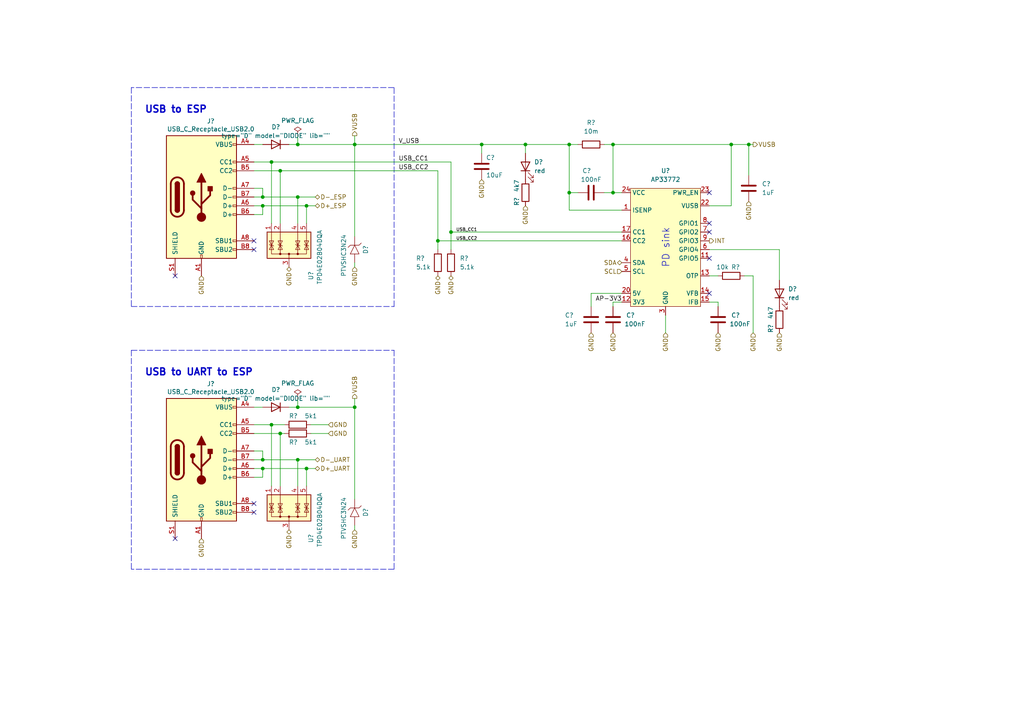
<source format=kicad_sch>
(kicad_sch (version 20211123) (generator eeschema)
  (paper "A4")
  (lib_symbols
    (symbol "Connector:USB_C_Receptacle_USB2.0" (pin_names (offset 1.016))
      (property "Reference" "J" (at -10.16 19.05 0))
      (property "Value" "USB_C_Receptacle_USB2.0" (at 19.05 19.05 0))
      (symbol "USB_C_Receptacle_USB2.0_0_0"
        (rectangle (start -0.254 -17.78) (end 0.254 -16.764))
        (rectangle (start 10.16 -14.986) (end 9.144 -15.494))
        (rectangle (start 10.16 -12.446) (end 9.144 -12.954))
        (rectangle (start 10.16 -4.826) (end 9.144 -5.334))
        (rectangle (start 10.16 -2.286) (end 9.144 -2.794))
        (rectangle (start 10.16 0.254) (end 9.144 -0.254))
        (rectangle (start 10.16 2.794) (end 9.144 2.286))
        (rectangle (start 10.16 7.874) (end 9.144 7.366))
        (rectangle (start 10.16 10.414) (end 9.144 9.906))
        (rectangle (start 10.16 15.494) (end 9.144 14.986))
      )
      (symbol "USB_C_Receptacle_USB2.0_0_1"
        (rectangle (start -10.16 17.78) (end 10.16 -17.78) (stroke (width 0.254)) (fill (type background)))
        (arc (start -8.89 -3.81) (mid -6.985 -5.715) (end -5.08 -3.81) (stroke (width 0.508)))
        (arc (start -7.62 -3.81) (mid -6.985 -4.445) (end -6.35 -3.81) (stroke (width 0.254)))
        (arc (start -7.62 -3.81) (mid -6.985 -4.445) (end -6.35 -3.81) (stroke (width 0.254)) (fill (type outline)))
        (rectangle (start -7.62 -3.81) (end -6.35 3.81) (stroke (width 0.254)) (fill (type outline)))
        (arc (start -6.35 3.81) (mid -6.985 4.445) (end -7.62 3.81) (stroke (width 0.254)))
        (arc (start -6.35 3.81) (mid -6.985 4.445) (end -7.62 3.81) (stroke (width 0.254)) (fill (type outline)))
        (arc (start -5.08 3.81) (mid -6.985 5.715) (end -8.89 3.81) (stroke (width 0.508)))
        (circle (center -2.54 1.143) (radius 0.635) (stroke (width 0.254)) (fill (type outline)))
        (circle (center 0 -5.842) (radius 1.27) (fill (type outline)))
        (polyline (pts (xy -8.89 -3.81) (xy -8.89 3.81)) (stroke (width 0.508)))
        (polyline (pts (xy -5.08 3.81) (xy -5.08 -3.81)) (stroke (width 0.508)))
        (polyline (pts (xy 0 -5.842) (xy 0 4.318)) (stroke (width 0.508)))
        (polyline (pts (xy 0 -3.302) (xy -2.54 -0.762) (xy -2.54 0.508)) (stroke (width 0.508)))
        (polyline (pts (xy 0 -2.032) (xy 2.54 0.508) (xy 2.54 1.778)) (stroke (width 0.508)))
        (polyline (pts (xy -1.27 4.318) (xy 0 6.858) (xy 1.27 4.318) (xy -1.27 4.318)) (stroke (width 0.254)) (fill (type outline)))
        (rectangle (start 1.905 1.778) (end 3.175 3.048) (stroke (width 0.254)) (fill (type outline)))
      )
      (symbol "USB_C_Receptacle_USB2.0_1_1"
        (pin passive line (at 0 -22.86 90) (length 5.08) (name "GND") (number "A1"))
        (pin passive line (at 0 -22.86 90) (length 5.08) hide (name "GND") (number "A12"))
        (pin passive line (at 15.24 15.24 180) (length 5.08) (name "VBUS") (number "A4"))
        (pin bidirectional line (at 15.24 10.16 180) (length 5.08) (name "CC1") (number "A5"))
        (pin bidirectional line (at 15.24 -2.54 180) (length 5.08) (name "D+") (number "A6"))
        (pin bidirectional line (at 15.24 2.54 180) (length 5.08) (name "D-") (number "A7"))
        (pin bidirectional line (at 15.24 -12.7 180) (length 5.08) (name "SBU1") (number "A8"))
        (pin passive line (at 15.24 15.24 180) (length 5.08) hide (name "VBUS") (number "A9"))
        (pin passive line (at 0 -22.86 90) (length 5.08) hide (name "GND") (number "B1"))
        (pin passive line (at 0 -22.86 90) (length 5.08) hide (name "GND") (number "B12"))
        (pin passive line (at 15.24 15.24 180) (length 5.08) hide (name "VBUS") (number "B4"))
        (pin bidirectional line (at 15.24 7.62 180) (length 5.08) (name "CC2") (number "B5"))
        (pin bidirectional line (at 15.24 -5.08 180) (length 5.08) (name "D+") (number "B6"))
        (pin bidirectional line (at 15.24 0 180) (length 5.08) (name "D-") (number "B7"))
        (pin bidirectional line (at 15.24 -15.24 180) (length 5.08) (name "SBU2") (number "B8"))
        (pin passive line (at 15.24 15.24 180) (length 5.08) hide (name "VBUS") (number "B9"))
        (pin passive line (at -7.62 -22.86 90) (length 5.08) (name "SHIELD") (number "S1"))
      )
    )
    (symbol "Device:C" (pin_numbers hide) (pin_names (offset 0.254))
      (property "Reference" "C" (at 0.635 2.54 0))
      (property "Value" "C" (at 0.635 -2.54 0))
      (symbol "C_0_1"
        (polyline (pts (xy -2.032 -0.762) (xy 2.032 -0.762)) (stroke (width 0.508)))
        (polyline (pts (xy -2.032 0.762) (xy 2.032 0.762)) (stroke (width 0.508)))
      )
      (symbol "C_1_1"
        (pin passive line (at 0 3.81 270) (length 2.794) (name "~") (number "1"))
        (pin passive line (at 0 -3.81 90) (length 2.794) (name "~") (number "2"))
      )
    )
    (symbol "Device:D" (pin_numbers hide) (pin_names (offset 1.016) hide)
      (property "Reference" "D" (at 0 2.54 0))
      (property "Value" "D" (at 0 -2.54 0))
      (symbol "D_0_1"
        (polyline (pts (xy -1.27 1.27) (xy -1.27 -1.27)) (stroke (width 0.254)))
        (polyline (pts (xy 1.27 0) (xy -1.27 0)))
        (polyline (pts (xy 1.27 1.27) (xy 1.27 -1.27) (xy -1.27 0) (xy 1.27 1.27)) (stroke (width 0.254)))
      )
      (symbol "D_1_1"
        (pin passive line (at -3.81 0 0) (length 2.54) (name "K") (number "1"))
        (pin passive line (at 3.81 0 180) (length 2.54) (name "A") (number "2"))
      )
    )
    (symbol "Device:LED" (pin_numbers hide) (pin_names (offset 1.016) hide)
      (property "Reference" "D" (at 0 2.54 0))
      (property "Value" "LED" (at 0 -2.54 0))
      (symbol "LED_0_1"
        (polyline (pts (xy -1.27 -1.27) (xy -1.27 1.27)) (stroke (width 0.254)))
        (polyline (pts (xy -1.27 0) (xy 1.27 0)))
        (polyline (pts (xy 1.27 -1.27) (xy 1.27 1.27) (xy -1.27 0) (xy 1.27 -1.27)) (stroke (width 0.254)))
        (polyline (pts (xy -3.048 -0.762) (xy -4.572 -2.286) (xy -3.81 -2.286) (xy -4.572 -2.286) (xy -4.572 -1.524)))
        (polyline (pts (xy -1.778 -0.762) (xy -3.302 -2.286) (xy -2.54 -2.286) (xy -3.302 -2.286) (xy -3.302 -1.524)))
      )
      (symbol "LED_1_1"
        (pin passive line (at -3.81 0 0) (length 2.54) (name "K") (number "1"))
        (pin passive line (at 3.81 0 180) (length 2.54) (name "A") (number "2"))
      )
    )
    (symbol "Device:R" (pin_numbers hide) (pin_names (offset 0))
      (property "Reference" "R" (at 2.032 0 90))
      (property "Value" "R" (at 0 0 90))
      (symbol "R_0_1"
        (rectangle (start -1.016 -2.54) (end 1.016 2.54) (stroke (width 0.254)))
      )
      (symbol "R_1_1"
        (pin passive line (at 0 3.81 270) (length 1.27) (name "~") (number "1"))
        (pin passive line (at 0 -3.81 90) (length 1.27) (name "~") (number "2"))
      )
    )
    (symbol "Power_Protection:TPD4E02B04DQA" (pin_names hide)
      (property "Reference" "U" (at 7.62 3.81 0))
      (property "Value" "TPD4E02B04DQA" (at 7.62 1.905 0))
      (symbol "TPD4E02B04DQA_0_0"
        (pin passive line (at 0 -5.08 90) (length 2.54) (name "G") (number "3"))
      )
      (symbol "TPD4E02B04DQA_0_1"
        (rectangle (start -6.35 5.08) (end 6.35 -2.54) (stroke (width 0.254)) (fill (type background)))
        (circle (center 0 -1.27) (radius 0.254) (fill (type outline)))
        (polyline (pts (xy -2.54 5.08) (xy -2.54 -1.27)))
        (polyline (pts (xy 0 -1.27) (xy 0 -2.54)))
        (polyline (pts (xy 2.54 5.08) (xy 2.54 -1.27)))
        (polyline (pts (xy -5.08 5.08) (xy -5.08 -1.27) (xy 5.08 -1.27) (xy 5.08 5.08)))
        (polyline (pts (xy -4.445 0) (xy -5.715 0) (xy -5.08 1.27) (xy -4.445 0)))
        (polyline (pts (xy -3.175 1.524) (xy -2.921 1.27) (xy -2.159 1.27) (xy -1.905 1.016)))
        (polyline (pts (xy -2.54 1.27) (xy -1.905 0) (xy -3.175 0) (xy -2.54 1.27)))
        (polyline (pts (xy 2.54 1.27) (xy 1.905 0) (xy 3.175 0) (xy 2.54 1.27)))
        (polyline (pts (xy 5.08 1.27) (xy 4.445 0) (xy 5.715 0) (xy 5.08 1.27)))
        (circle (center 2.54 -1.27) (radius 0.254) (fill (type outline)))
      )
      (symbol "TPD4E02B04DQA_1_1"
        (circle (center -2.54 -1.27) (radius 0.254) (fill (type outline)))
        (polyline (pts (xy -5.715 1.524) (xy -5.461 1.27) (xy -4.699 1.27) (xy -4.445 1.016)))
        (polyline (pts (xy -5.08 1.27) (xy -5.715 2.54) (xy -4.445 2.54) (xy -5.08 1.27)))
        (polyline (pts (xy -2.54 1.27) (xy -3.175 2.54) (xy -1.905 2.54) (xy -2.54 1.27)))
        (polyline (pts (xy 1.905 1.524) (xy 2.159 1.27) (xy 2.921 1.27) (xy 3.175 1.016)))
        (polyline (pts (xy 2.54 1.27) (xy 1.905 2.54) (xy 3.175 2.54) (xy 2.54 1.27)))
        (polyline (pts (xy 4.445 1.524) (xy 4.699 1.27) (xy 5.461 1.27) (xy 5.715 1.016)))
        (polyline (pts (xy 5.08 1.27) (xy 4.445 2.54) (xy 5.715 2.54) (xy 5.08 1.27)))
        (pin passive line (at -5.08 7.62 270) (length 2.54) (name "IO1") (number "1"))
        (pin no_connect line (at -5.08 -2.54 90) (length 2.54) hide (name "NC") (number "10"))
        (pin passive line (at -2.54 7.62 270) (length 2.54) (name "IO2") (number "2"))
        (pin passive line (at 2.54 7.62 270) (length 2.54) (name "IO3") (number "4"))
        (pin passive line (at 5.08 7.62 270) (length 2.54) (name "IO4") (number "5"))
        (pin no_connect line (at 5.08 -2.54 90) (length 2.54) hide (name "NC") (number "6"))
        (pin no_connect line (at 2.54 -2.54 90) (length 2.54) hide (name "NC") (number "7"))
        (pin passive line (at 0 -5.08 90) (length 2.54) hide (name "G") (number "8"))
        (pin no_connect line (at -2.54 -2.54 90) (length 2.54) hide (name "NC") (number "9"))
      )
    )
    (symbol "RBCX:AP33772"
      (property "Reference" "U" (at 0 4.445 0))
      (property "Value" "AP33772" (at 0 2.54 0))
      (symbol "AP33772_0_1"
        (rectangle (start 10.16 -33.02) (end -10.16 1.27) (fill (type background)))
      )
      (symbol "AP33772_1_0"
        (pin input line (at -12.7 -5.08 0) (length 2.54) (name "ISENP") (number "1"))
        (pin bidirectional line (at 12.7 -19.05 180) (length 2.54) (name "GPIO5") (number "11"))
        (pin power_out line (at -12.7 -31.75 0) (length 2.54) (name "3V3") (number "12"))
        (pin bidirectional line (at 12.7 -24.13 180) (length 2.54) (name "OTP") (number "13"))
        (pin input line (at 12.7 -29.21 180) (length 2.54) (name "VFB") (number "14"))
        (pin input line (at 12.7 -31.75 180) (length 2.54) (name "IFB") (number "15"))
        (pin bidirectional line (at -12.7 -13.97 0) (length 2.54) (name "CC2") (number "16"))
        (pin bidirectional line (at -12.7 -11.43 0) (length 2.54) (name "CC1") (number "17"))
        (pin power_out line (at -12.7 -29.21 0) (length 2.54) (name "5V") (number "20"))
        (pin input line (at 12.7 -3.81 180) (length 2.54) (name "VUSB") (number "22"))
        (pin output line (at 12.7 0 180) (length 2.54) (name "PWR_EN") (number "23"))
        (pin power_in line (at -12.7 0 0) (length 2.54) (name "VCC") (number "24"))
        (pin power_in line (at 0 -35.56 90) (length 2.54) hide (name "GND") (number "25"))
        (pin power_in line (at 0 -35.56 90) (length 2.54) (name "GND") (number "3"))
        (pin bidirectional line (at -12.7 -20.32 0) (length 2.54) (name "SDA") (number "4"))
        (pin input line (at -12.7 -22.86 0) (length 2.54) (name "SCL") (number "5"))
        (pin bidirectional line (at 12.7 -16.51 180) (length 2.54) (name "GPIO4") (number "6"))
        (pin bidirectional line (at 12.7 -11.43 180) (length 2.54) (name "GPIO2") (number "7"))
        (pin bidirectional line (at 12.7 -8.89 180) (length 2.54) (name "GPIO1") (number "8"))
        (pin bidirectional line (at 12.7 -13.97 180) (length 2.54) (name "GPIO3") (number "9"))
      )
    )
    (symbol "Robotarna_KiCad_Library:PTVSHC3N24" (pin_numbers hide) (pin_names hide)
      (property "Reference" "D" (at 0 5.08 0))
      (property "Value" "PTVSHC3N24" (at 0 3.175 0))
      (symbol "PTVSHC3N24_0_1"
        (polyline (pts (xy -1.27 1.27) (xy 1.27 0)))
        (polyline (pts (xy -1.27 1.27) (xy -1.27 -1.27) (xy 1.27 0)))
        (polyline (pts (xy 0.635 1.905) (xy 1.27 1.27) (xy 1.27 -1.27) (xy 1.905 -1.905)))
      )
      (symbol "PTVSHC3N24_1_1"
        (pin passive line (at -3.81 0 0) (length 2.54) hide (name "A") (number "1"))
        (pin passive line (at -3.81 0 0) (length 2.54) (name "A") (number "2"))
        (pin passive line (at 3.81 0 180) (length 2.54) (name "K") (number "3"))
      )
    )
    (symbol "power:PWR_FLAG" (power) (pin_numbers hide) (pin_names (offset 0) hide)
      (property "Value" "PWR_FLAG" (at 0 3.81 0))
      (symbol "PWR_FLAG_0_0"
        (pin power_out line (at 0 0 90) (length 0) (name "pwr") (number "1"))
      )
      (symbol "PWR_FLAG_0_1"
        (polyline (pts (xy 0 0) (xy 0 1.27) (xy -1.016 1.905) (xy 0 2.54) (xy 1.016 1.905) (xy 0 1.27)))
      )
    )
  )
  (junction (at 177.8 55.88))
  (junction (at 86.36 57.15))
  (junction (at 102.87 118.11))
  (junction (at 78.74 46.99))
  (junction (at 76.2 133.35))
  (junction (at 86.36 133.35))
  (junction (at 212.09 41.91))
  (junction (at 165.1 41.91))
  (junction (at 139.7 41.91))
  (junction (at 86.36 118.11))
  (junction (at 88.9 135.89))
  (junction (at 130.81 67.31))
  (junction (at 217.17 41.91))
  (junction (at 81.28 49.53))
  (junction (at 127 69.85))
  (junction (at 152.4 41.91))
  (junction (at 88.9 59.69))
  (junction (at 86.36 41.91))
  (junction (at 78.74 123.19))
  (junction (at 76.2 135.89))
  (junction (at 165.1 55.88))
  (junction (at 76.2 57.15))
  (junction (at 81.28 125.73))
  (junction (at 102.87 41.91))
  (junction (at 177.8 41.91))
  (junction (at 76.2 59.69))
  (no_connect (at 73.66 146.05))
  (no_connect (at 50.8 80.01))
  (no_connect (at 73.66 69.85))
  (no_connect (at 205.74 85.09))
  (no_connect (at 73.66 148.59))
  (no_connect (at 205.74 74.93))
  (no_connect (at 205.74 64.77))
  (no_connect (at 50.8 156.21))
  (no_connect (at 73.66 72.39))
  (no_connect (at 205.74 55.88))
  (no_connect (at 205.74 67.31))
  (wire (pts (xy 102.87 115.57) (xy 102.87 118.11)))
  (wire (pts (xy 127 69.85) (xy 127 49.53)))
  (wire (pts (xy 130.81 67.31) (xy 130.81 72.39)))
  (wire (pts (xy 102.87 41.91) (xy 139.7 41.91)))
  (wire (pts (xy 82.55 123.19) (xy 78.74 123.19)))
  (wire (pts (xy 102.87 39.37) (xy 102.87 41.91)))
  (wire (pts (xy 88.9 59.69) (xy 91.44 59.69)))
  (wire (pts (xy 73.66 130.81) (xy 76.2 130.81)))
  (wire (pts (xy 73.66 49.53) (xy 81.28 49.53)))
  (wire (pts (xy 76.2 59.69) (xy 88.9 59.69)))
  (wire (pts (xy 73.66 135.89) (xy 76.2 135.89)))
  (wire (pts (xy 208.28 87.63) (xy 205.74 87.63)))
  (wire (pts (xy 165.1 41.91) (xy 167.64 41.91)))
  (wire (pts (xy 86.36 41.91) (xy 83.82 41.91)))
  (wire (pts (xy 130.81 67.31) (xy 180.34 67.31)))
  (wire (pts (xy 177.8 87.63) (xy 180.34 87.63)))
  (wire (pts (xy 180.34 60.96) (xy 165.1 60.96)))
  (wire (pts (xy 78.74 123.19) (xy 73.66 123.19)))
  (wire (pts (xy 226.06 72.39) (xy 226.06 81.28)))
  (wire (pts (xy 73.66 138.43) (xy 76.2 138.43)))
  (wire (pts (xy 76.2 57.15) (xy 86.36 57.15)))
  (wire (pts (xy 86.36 41.91) (xy 102.87 41.91)))
  (wire (pts (xy 76.2 138.43) (xy 76.2 135.89)))
  (wire (pts (xy 78.74 46.99) (xy 130.81 46.99)))
  (polyline (pts (xy 114.3 88.9) (xy 114.3 25.4)))
  (wire (pts (xy 88.9 59.69) (xy 88.9 64.77)))
  (wire (pts (xy 78.74 123.19) (xy 78.74 140.97)))
  (wire (pts (xy 76.2 135.89) (xy 88.9 135.89)))
  (wire (pts (xy 76.2 133.35) (xy 86.36 133.35)))
  (wire (pts (xy 177.8 55.88) (xy 180.34 55.88)))
  (wire (pts (xy 165.1 55.88) (xy 167.64 55.88)))
  (wire (pts (xy 177.8 41.91) (xy 177.8 55.88)))
  (wire (pts (xy 205.74 80.01) (xy 208.28 80.01)))
  (wire (pts (xy 205.74 59.69) (xy 212.09 59.69)))
  (wire (pts (xy 73.66 46.99) (xy 78.74 46.99)))
  (wire (pts (xy 86.36 57.15) (xy 86.36 64.77)))
  (wire (pts (xy 86.36 57.15) (xy 91.44 57.15)))
  (wire (pts (xy 139.7 41.91) (xy 152.4 41.91)))
  (wire (pts (xy 218.44 80.01) (xy 218.44 96.52)))
  (wire (pts (xy 130.81 46.99) (xy 130.81 67.31)))
  (wire (pts (xy 73.66 41.91) (xy 76.2 41.91)))
  (wire (pts (xy 217.17 41.91) (xy 217.17 50.8)))
  (wire (pts (xy 73.66 62.23) (xy 76.2 62.23)))
  (wire (pts (xy 212.09 41.91) (xy 212.09 59.69)))
  (wire (pts (xy 177.8 41.91) (xy 212.09 41.91)))
  (wire (pts (xy 88.9 135.89) (xy 91.44 135.89)))
  (wire (pts (xy 102.87 153.67) (xy 102.87 152.4)))
  (wire (pts (xy 102.87 118.11) (xy 86.36 118.11)))
  (wire (pts (xy 73.66 118.11) (xy 76.2 118.11)))
  (polyline (pts (xy 38.1 25.4) (xy 38.1 88.9)))
  (wire (pts (xy 86.36 115.57) (xy 86.36 118.11)))
  (wire (pts (xy 127 69.85) (xy 127 72.39)))
  (wire (pts (xy 165.1 55.88) (xy 165.1 60.96)))
  (wire (pts (xy 90.17 123.19) (xy 95.25 123.19)))
  (polyline (pts (xy 114.3 25.4) (xy 38.1 25.4)))
  (polyline (pts (xy 38.1 101.6) (xy 114.3 101.6)))
  (wire (pts (xy 88.9 135.89) (xy 88.9 140.97)))
  (wire (pts (xy 177.8 88.9) (xy 177.8 87.63)))
  (wire (pts (xy 175.26 41.91) (xy 177.8 41.91)))
  (wire (pts (xy 171.45 88.9) (xy 171.45 85.09)))
  (wire (pts (xy 73.66 59.69) (xy 76.2 59.69)))
  (wire (pts (xy 193.04 96.52) (xy 193.04 91.44)))
  (wire (pts (xy 102.87 77.47) (xy 102.87 76.2)))
  (wire (pts (xy 152.4 44.45) (xy 152.4 41.91)))
  (wire (pts (xy 81.28 49.53) (xy 81.28 64.77)))
  (wire (pts (xy 139.7 41.91) (xy 139.7 44.45)))
  (wire (pts (xy 86.36 39.37) (xy 86.36 41.91)))
  (wire (pts (xy 73.66 125.73) (xy 81.28 125.73)))
  (wire (pts (xy 175.26 55.88) (xy 177.8 55.88)))
  (wire (pts (xy 208.28 88.9) (xy 208.28 87.63)))
  (wire (pts (xy 152.4 41.91) (xy 165.1 41.91)))
  (wire (pts (xy 81.28 125.73) (xy 82.55 125.73)))
  (wire (pts (xy 215.9 80.01) (xy 218.44 80.01)))
  (wire (pts (xy 102.87 118.11) (xy 102.87 144.78)))
  (wire (pts (xy 73.66 54.61) (xy 76.2 54.61)))
  (wire (pts (xy 81.28 125.73) (xy 81.28 140.97)))
  (wire (pts (xy 217.17 41.91) (xy 218.44 41.91)))
  (wire (pts (xy 73.66 133.35) (xy 76.2 133.35)))
  (wire (pts (xy 205.74 72.39) (xy 226.06 72.39)))
  (wire (pts (xy 78.74 46.99) (xy 78.74 64.77)))
  (wire (pts (xy 165.1 41.91) (xy 165.1 55.88)))
  (wire (pts (xy 86.36 133.35) (xy 91.44 133.35)))
  (polyline (pts (xy 114.3 101.6) (xy 114.3 165.1)))
  (wire (pts (xy 73.66 57.15) (xy 76.2 57.15)))
  (wire (pts (xy 171.45 85.09) (xy 180.34 85.09)))
  (wire (pts (xy 95.25 125.73) (xy 90.17 125.73)))
  (wire (pts (xy 76.2 133.35) (xy 76.2 130.81)))
  (polyline (pts (xy 38.1 88.9) (xy 114.3 88.9)))
  (wire (pts (xy 86.36 133.35) (xy 86.36 140.97)))
  (wire (pts (xy 76.2 62.23) (xy 76.2 59.69)))
  (wire (pts (xy 127 69.85) (xy 180.34 69.85)))
  (polyline (pts (xy 114.3 165.1) (xy 38.1 165.1)))
  (wire (pts (xy 76.2 57.15) (xy 76.2 54.61)))
  (polyline (pts (xy 38.1 101.6) (xy 38.1 165.1)))
  (wire (pts (xy 212.09 41.91) (xy 217.17 41.91)))
  (wire (pts (xy 86.36 118.11) (xy 83.82 118.11)))
  (wire (pts (xy 102.87 41.91) (xy 102.87 68.58)))
  (wire (pts (xy 81.28 49.53) (xy 127 49.53)))
  (text "USB to ESP" (at 41.91 33.02 0) (effects (font (size 2 2) (thickness 0.4) bold) (justify left bottom)))
  (text "USB to UART to ESP" (at 41.91 109.22 0) (effects (font (size 2 2) (thickness 0.4) bold) (justify left bottom)))
  (text "PD sink" (at 194.31 66.04 270) (effects (font (size 2 2)) (justify right bottom)))
  (label "USB_CC2" (at 138.43 69.85 180) (effects (font (size 0.889 0.889))))
  (label "USB_CC1" (at 138.43 67.31 180) (effects (font (size 0.889 0.889))))
  (label "AP-3V3" (at 180.34 87.63 180))
  (label "USB_CC2" (at 115.57 49.53 0))
  (label "V_USB" (at 115.57 41.91 0))
  (label "USB_CC1" (at 115.57 46.99 0))
  (hierarchical_label "GND" (shape input) (at 58.42 156.21 270))
  (hierarchical_label "GND" (shape input) (at 226.06 96.52 270))
  (hierarchical_label "GND" (shape input) (at 193.04 96.52 270))
  (hierarchical_label "D+_ESP" (shape bidirectional) (at 91.44 59.69 0))
  (hierarchical_label "GND" (shape bidirectional) (at 130.81 80.01 270))
  (hierarchical_label "GND" (shape input) (at 177.8 96.52 270))
  (hierarchical_label "D+_UART" (shape bidirectional) (at 91.44 135.89 0))
  (hierarchical_label "GND" (shape input) (at 152.4 59.69 270))
  (hierarchical_label "VUSB" (shape output) (at 218.44 41.91 0))
  (hierarchical_label "SCL" (shape input) (at 180.34 78.74 180))
  (hierarchical_label "INT" (shape output) (at 205.74 69.85 0))
  (hierarchical_label "VUSB" (shape output) (at 102.87 115.57 90))
  (hierarchical_label "GND" (shape bidirectional) (at 127 80.01 270))
  (hierarchical_label "SDA" (shape bidirectional) (at 180.34 76.2 180))
  (hierarchical_label "GND" (shape bidirectional) (at 83.82 77.47 270))
  (hierarchical_label "GND" (shape input) (at 171.45 96.52 270))
  (hierarchical_label "D-_ESP" (shape bidirectional) (at 91.44 57.15 0))
  (hierarchical_label "GND" (shape input) (at 95.25 125.73 0))
  (hierarchical_label "VUSB" (shape output) (at 102.87 39.37 90))
  (hierarchical_label "GND" (shape bidirectional) (at 83.82 153.67 270))
  (hierarchical_label "GND" (shape input) (at 218.44 96.52 270))
  (hierarchical_label "GND" (shape input) (at 139.7 52.07 270))
  (hierarchical_label "GND" (shape input) (at 217.17 58.42 270))
  (hierarchical_label "GND" (shape input) (at 102.87 153.67 270))
  (hierarchical_label "GND" (shape input) (at 208.28 96.52 270))
  (hierarchical_label "GND" (shape input) (at 58.42 80.01 270))
  (hierarchical_label "D-_UART" (shape bidirectional) (at 91.44 133.35 0))
  (hierarchical_label "GND" (shape input) (at 102.87 77.47 270))
  (hierarchical_label "GND" (shape input) (at 95.25 123.19 0))
  (symbol (lib_id "Device:C") (at 171.45 55.88 90) (unit 1)
    (property "Reference" "C?" (at 170.18 49.53 90))
    (property "Value" "100nF" (at 171.45 52.07 90))
    (property "Footprint" "Capacitor_SMD:C_0402_1005Metric" (effects hide))
    (property "LCSC" "C131394" (effects hide))
    (property "Basic/Extended" "E" (effects hide))
  )
  (symbol (lib_id "Device:C") (at 171.45 92.71 0) (unit 1)
    (property "Reference" "C?" (at 163.83 91.44 0) (effects (justify left)))
    (property "Value" "1uF" (at 163.83 93.98 0) (effects (justify left)))
    (property "Footprint" "Resistor_SMD:R_0402_1005Metric" (effects hide))
    (property "LCSC" "C52923" (effects hide))
    (property "Basic/Extended" "B" (effects hide))
  )
  (symbol (lib_id "Device:C") (at 139.7 48.26 0) (unit 1)
    (property "Reference" "C?" (at 140.97 45.72 0) (effects (justify left)))
    (property "Value" "10uF" (at 140.97 50.8 0) (effects (justify left)))
    (property "Footprint" "Capacitor_SMD:C_0603_1608Metric" (effects hide))
    (property "LCSC" "C96446" (effects hide))
    (property "Basic/Extended" "B" (effects hide))
  )
  (symbol (lib_id "Device:R") (at 226.06 92.71 180) (unit 1)
    (property "Reference" "R?" (at 223.52 93.98 90) (effects (justify left)))
    (property "Value" "4k7" (at 223.52 88.9 90) (effects (justify left)))
    (property "Footprint" "Resistor_SMD:R_0201_0603Metric" (effects hide))
    (property "LCSC" "C270346" (effects hide))
    (property "Basic/Extended" "E" (effects hide))
  )
  (symbol (lib_id "Device:R") (at 212.09 80.01 270) (unit 1)
    (property "Reference" "R?" (at 213.36 77.47 90))
    (property "Value" "10k" (at 209.55 77.47 90))
    (property "Footprint" "Capacitor_SMD:C_0201_0603Metric" (effects hide))
    (property "LCSC" "C106225" (effects hide))
    (property "Basic/Extended" "E" (effects hide))
  )
  (symbol (lib_id "Device:LED") (at 226.06 85.09 90) (unit 1)
    (property "Reference" "D?" (at 228.6 83.82 90) (effects (justify right)))
    (property "Value" "red" (at 228.6 86.36 90) (effects (justify right)))
    (property "Footprint" "LED_SMD:LED_0603_1608Metric" (effects hide))
    (property "LCSC" "C2286" (effects hide))
    (property "Basic/Extended" "B" (effects hide))
  )
  (symbol (lib_id "Power_Protection:TPD4E02B04DQA") (at 83.82 148.59 0) (unit 1)
    (property "Reference" "U?" (at 90.17 157.48 90) (effects (justify left)))
    (property "Value" "TPD4E02B04DQA" (at 92.71 158.75 90) (effects (justify left)))
    (property "Footprint" "Package_SON:USON-10_2.5x1.0mm_P0.5mm" (effects hide))
    (property "Datasheet" "http://www.ti.com/lit/ds/symlink/tpd4e02b04.pdf" (effects hide))
  )
  (symbol (lib_id "Device:D") (at 80.01 118.11 0) (mirror y) (unit 1)
    (property "Reference" "D?" (at 80.01 113.03 0))
    (property "Value" "DIODE" (at 80.01 115.57 0))
    (property "Footprint" "Diode_SMD:D_SMA" (effects hide))
    (property "Spice_Netlist_Enabled" "Y" (effects hide))
    (property "Spice_Primitive" "D" (effects hide))
    (property "LCSC" "C8678" (effects hide))
    (property "JLCPCB_CORRECTION" "0;0;0" (effects hide))
  )
  (symbol (lib_id "Device:C") (at 217.17 54.61 0) (unit 1)
    (property "Reference" "C?" (at 220.98 53.3399 0) (effects (justify left)))
    (property "Value" "1uF" (at 220.98 55.8799 0) (effects (justify left)))
    (property "Footprint" "Resistor_SMD:R_0402_1005Metric" (effects hide))
    (property "LCSC" "C52923" (effects hide))
    (property "Basic/Extended" "B" (effects hide))
  )
  (symbol (lib_id "Device:LED") (at 152.4 48.26 90) (unit 1)
    (property "Reference" "D?" (at 154.94 46.99 90) (effects (justify right)))
    (property "Value" "red" (at 154.94 49.53 90) (effects (justify right)))
    (property "Footprint" "LED_SMD:LED_0603_1608Metric" (effects hide))
    (property "LCSC" "C2286" (effects hide))
    (property "Basic/Extended" "B" (effects hide))
  )
  (symbol (lib_id "Device:R") (at 86.36 125.73 270) (unit 1)
    (property "Reference" "R?" (at 85.09 128.27 90))
    (property "Value" "5k1" (at 90.17 128.27 90))
    (property "Footprint" "Resistor_SMD:R_0402_1005Metric" (effects hide))
    (property "JLCPCB_CORRECTION" "0;0;0" (effects hide))
    (property "LCSC" "C25905" (effects hide))
  )
  (symbol (lib_id "Robotarna_KiCad_Library:PTVSHC3N24") (at 102.87 148.59 90) (unit 1)
    (property "Reference" "D?" (at 106.045 147.32 0) (effects (justify right)))
    (property "Value" "PTVSHC3N24" (at 99.695 144.145 0) (effects (justify right)))
    (property "Footprint" "Robotarna_KiCad_Library:DFN3-2x2" (effects hide))
    (property "Datasheet" "https://datasheet.lcsc.com/lcsc/2012241239_Shanghai-Prisemi-Elec-PTVSHC3N24VUH_C1021680.pdf" (effects hide))
    (property "LCSC" "C312228" (effects hide))
  )
  (symbol (lib_id "power:PWR_FLAG") (at 86.36 39.37 0) (unit 1)
    (property "Reference" "#FLG?" (effects hide))
    (property "Value" "PWR_FLAG" (at 86.36 34.9758 0))
  )
  (symbol (lib_id "Device:C") (at 208.28 92.71 180) (unit 1)
    (property "Reference" "C?" (at 213.36 91.44 0))
    (property "Value" "100nF" (at 214.63 93.98 0))
    (property "Footprint" "Capacitor_SMD:C_0402_1005Metric" (effects hide))
    (property "LCSC" "C131394" (effects hide))
    (property "Basic/Extended" "E" (effects hide))
  )
  (symbol (lib_id "Device:R") (at 152.4 55.88 180) (unit 1)
    (property "Reference" "R?" (at 149.86 57.15 90) (effects (justify left)))
    (property "Value" "4k7" (at 149.86 52.07 90) (effects (justify left)))
    (property "Footprint" "Resistor_SMD:R_0201_0603Metric" (effects hide))
    (property "LCSC" "C270346" (effects hide))
    (property "Basic/Extended" "E" (effects hide))
  )
  (symbol (lib_id "Connector:USB_C_Receptacle_USB2.0") (at 58.42 133.35 0) (unit 1)
    (property "Reference" "J?" (at 61.1378 111.3282 0))
    (property "Value" "USB_C_Receptacle_USB2.0" (at 61.1378 113.6396 0))
    (property "Footprint" "Connector_USB:USB_C_Receptacle_HRO_TYPE-C-31-M-12" (effects hide))
    (property "Datasheet" "https://www.usb.org/sites/default/files/documents/usb_type-c.zip" (effects hide))
    (property "LCSC" "C165948" (effects hide))
    (property "JLCPCB_CORRECTION" "0;-1;0" (effects hide))
  )
  (symbol (lib_id "Device:R") (at 127 76.2 0) (unit 1)
    (property "Reference" "R?" (at 120.65 74.93 0) (effects (justify left)))
    (property "Value" "5.1k" (at 120.65 77.47 0) (effects (justify left)))
    (property "Footprint" "Resistor_SMD:R_0402_1005Metric" (effects hide))
    (property "LCSC" "C25905" (effects hide))
    (property "Basic/Extended" "B" (effects hide))
  )
  (symbol (lib_id "Power_Protection:TPD4E02B04DQA") (at 83.82 72.39 0) (unit 1)
    (property "Reference" "U?" (at 90.17 81.28 90) (effects (justify left)))
    (property "Value" "TPD4E02B04DQA" (at 92.71 82.55 90) (effects (justify left)))
    (property "Footprint" "Package_SON:USON-10_2.5x1.0mm_P0.5mm" (effects hide))
    (property "Datasheet" "http://www.ti.com/lit/ds/symlink/tpd4e02b04.pdf" (effects hide))
  )
  (symbol (lib_id "Connector:USB_C_Receptacle_USB2.0") (at 58.42 57.15 0) (unit 1)
    (property "Reference" "J?" (at 61.1378 35.1282 0))
    (property "Value" "USB_C_Receptacle_USB2.0" (at 61.1378 37.4396 0))
    (property "Footprint" "Connector_USB:USB_C_Receptacle_HRO_TYPE-C-31-M-12" (effects hide))
    (property "Datasheet" "https://www.usb.org/sites/default/files/documents/usb_type-c.zip" (effects hide))
    (property "LCSC" "C165948" (effects hide))
    (property "JLCPCB_CORRECTION" "0;-1;0" (effects hide))
  )
  (symbol (lib_id "Device:R") (at 130.81 76.2 0) (unit 1)
    (property "Reference" "R?" (at 133.35 74.9299 0) (effects (justify left)))
    (property "Value" "5.1k" (at 133.35 77.4699 0) (effects (justify left)))
    (property "Footprint" "Resistor_SMD:R_0402_1005Metric" (effects hide))
    (property "LCSC" "C25905" (effects hide))
    (property "Basic/Extended" "B" (effects hide))
  )
  (symbol (lib_id "Device:R") (at 171.45 41.91 90) (unit 1)
    (property "Reference" "R?" (at 171.45 35.56 90))
    (property "Value" "10m" (at 171.45 38.1 90))
    (property "Footprint" "Resistor_SMD:R_1206_3216Metric" (effects hide))
    (property "LCSC" "C188070" (effects hide))
  )
  (symbol (lib_id "Device:R") (at 86.36 123.19 270) (unit 1)
    (property "Reference" "R?" (at 85.09 120.65 90))
    (property "Value" "5k1" (at 90.17 120.65 90))
    (property "Footprint" "Resistor_SMD:R_0402_1005Metric" (effects hide))
    (property "JLCPCB_CORRECTION" "0;0;0" (effects hide))
    (property "LCSC" "C25905" (effects hide))
  )
  (symbol (lib_id "Device:D") (at 80.01 41.91 0) (mirror y) (unit 1)
    (property "Reference" "D?" (at 80.01 36.83 0))
    (property "Value" "DIODE" (at 80.01 39.37 0))
    (property "Footprint" "Diode_SMD:D_SMA" (effects hide))
    (property "Spice_Netlist_Enabled" "Y" (effects hide))
    (property "Spice_Primitive" "D" (effects hide))
    (property "LCSC" "C8678" (effects hide))
    (property "JLCPCB_CORRECTION" "0;0;0" (effects hide))
  )
  (symbol (lib_id "RBCX:AP33772") (at 193.04 55.88 0) (unit 1)
    (property "Reference" "U?" (at 193.04 49.53 0))
    (property "Value" "AP33772" (at 193.04 52.07 0))
    (property "Footprint" "Package_DFN_QFN:QFN-24-1EP_4x4mm_P0.5mm_EP2.6x2.6mm" (effects hide))
    (property "Datasheet" "https://www.diodes.com/assets/Datasheets/AP33772.pdf" (effects hide))
    (property "LCSC" "C5244513" (effects hide))
  )
  (symbol (lib_id "Robotarna_KiCad_Library:PTVSHC3N24") (at 102.87 72.39 90) (unit 1)
    (property "Reference" "D?" (at 106.045 71.12 0) (effects (justify right)))
    (property "Value" "PTVSHC3N24" (at 99.695 67.945 0) (effects (justify right)))
    (property "Footprint" "Robotarna_KiCad_Library:DFN3-2x2" (effects hide))
    (property "Datasheet" "https://datasheet.lcsc.com/lcsc/2012241239_Shanghai-Prisemi-Elec-PTVSHC3N24VUH_C1021680.pdf" (effects hide))
    (property "LCSC" "C312228" (effects hide))
  )
  (symbol (lib_id "Device:C") (at 177.8 92.71 180) (unit 1)
    (property "Reference" "C?" (at 182.88 91.44 0))
    (property "Value" "100nF" (at 184.15 93.98 0))
    (property "Footprint" "Capacitor_SMD:C_0402_1005Metric" (effects hide))
    (property "LCSC" "C131394" (effects hide))
    (property "Basic/Extended" "E" (effects hide))
  )
  (symbol (lib_id "power:PWR_FLAG") (at 86.36 115.57 0) (unit 1)
    (property "Reference" "#FLG?" (effects hide))
    (property "Value" "PWR_FLAG" (at 86.36 111.1758 0))
  )
)
</source>
